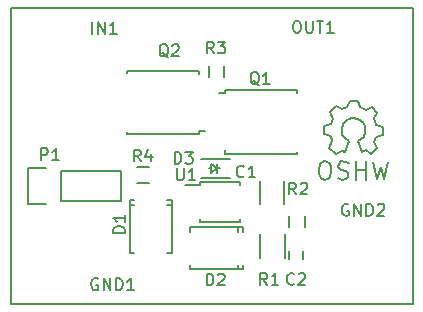
<source format=gto>
G04 #@! TF.FileFunction,Legend,Top*
%FSLAX46Y46*%
G04 Gerber Fmt 4.6, Leading zero omitted, Abs format (unit mm)*
G04 Created by KiCad (PCBNEW 4.0.1-stable) date 2016/03/05 14:46:34*
%MOMM*%
G01*
G04 APERTURE LIST*
%ADD10C,0.100000*%
%ADD11C,0.150000*%
G04 APERTURE END LIST*
D10*
D11*
X0Y25000000D02*
X34000000Y25000000D01*
X0Y0D02*
X0Y25000000D01*
X34000000Y0D02*
X34000000Y25000000D01*
X0Y0D02*
X34000000Y0D01*
X16975000Y11450000D02*
X16725000Y11450000D01*
X17475000Y11450000D02*
X17725000Y11450000D01*
X17475000Y11450000D02*
X16975000Y11100000D01*
X16975000Y11100000D02*
X16975000Y11800000D01*
X16975000Y11800000D02*
X17475000Y11450000D01*
X17475000Y11100000D02*
X17475000Y11800000D01*
X18525000Y12250000D02*
X16125000Y12250000D01*
X18525000Y10650000D02*
X16125000Y10650000D01*
X10099940Y8349140D02*
X10450460Y8349140D01*
X13600060Y8349140D02*
X13249540Y8349140D01*
X10099940Y4299560D02*
X10450460Y4299560D01*
X10099940Y8800440D02*
X10450460Y8800440D01*
X13600060Y8800440D02*
X13249540Y8800440D01*
X13600060Y4299560D02*
X13249540Y4299560D01*
X10099940Y8800440D02*
X10099940Y4299560D01*
X13600060Y8800440D02*
X13600060Y4299560D01*
X16025000Y10275000D02*
X16025000Y10025000D01*
X19375000Y10275000D02*
X19375000Y10025000D01*
X19375000Y6925000D02*
X19375000Y7175000D01*
X16025000Y6925000D02*
X16025000Y7175000D01*
X16025000Y10275000D02*
X19375000Y10275000D01*
X16025000Y6925000D02*
X19375000Y6925000D01*
X16025000Y10025000D02*
X14775000Y10025000D01*
X18125000Y18025000D02*
X18125000Y17825000D01*
X18125000Y17825000D02*
X18125000Y17925000D01*
X18125000Y12725000D02*
X18125000Y12975000D01*
X24225000Y12725000D02*
X24225000Y12875000D01*
X24225000Y18025000D02*
X24225000Y17875000D01*
X18125000Y17825000D02*
X17625000Y17825000D01*
X18125000Y12700000D02*
X24225000Y12700000D01*
X24225000Y18050000D02*
X18125000Y18050000D01*
X19199140Y6450060D02*
X19199140Y6099540D01*
X19199140Y2949940D02*
X19199140Y3300460D01*
X15149560Y6450060D02*
X15149560Y6099540D01*
X19650440Y6450060D02*
X19650440Y6099540D01*
X19650440Y2949940D02*
X19650440Y3300460D01*
X15149560Y2949940D02*
X15149560Y3300460D01*
X19650440Y6450060D02*
X15149560Y6450060D01*
X19650440Y2949940D02*
X15149560Y2949940D01*
X15950000Y14400000D02*
X15950000Y14600000D01*
X15950000Y14600000D02*
X15950000Y14500000D01*
X15950000Y19700000D02*
X15950000Y19450000D01*
X9850000Y19700000D02*
X9850000Y19550000D01*
X9850000Y14400000D02*
X9850000Y14550000D01*
X15950000Y14600000D02*
X16450000Y14600000D01*
X15950000Y19725000D02*
X9850000Y19725000D01*
X9850000Y14375000D02*
X15950000Y14375000D01*
X24750000Y4500000D02*
X24750000Y3800000D01*
X23550000Y3800000D02*
X23550000Y4500000D01*
X21075000Y3900000D02*
X21075000Y5900000D01*
X23225000Y5900000D02*
X23225000Y3900000D01*
X23525000Y6450000D02*
X23525000Y7450000D01*
X24875000Y7450000D02*
X24875000Y6450000D01*
X18075000Y20150000D02*
X18075000Y19150000D01*
X16725000Y19150000D02*
X16725000Y20150000D01*
X10650000Y11575000D02*
X11650000Y11575000D01*
X11650000Y10225000D02*
X10650000Y10225000D01*
X23125000Y8425000D02*
X23125000Y10425000D01*
X21075000Y10425000D02*
X21075000Y8425000D01*
X30668780Y12010140D02*
X31029460Y10539480D01*
X31029460Y10539480D02*
X31308860Y11601200D01*
X31308860Y11601200D02*
X31618740Y10529320D01*
X31618740Y10529320D02*
X31959100Y11979660D01*
X29248920Y11319260D02*
X30038860Y11329420D01*
X30038860Y11329420D02*
X30049020Y11319260D01*
X30049020Y11319260D02*
X30049020Y11329420D01*
X30089660Y12040620D02*
X30089660Y10498840D01*
X29200660Y12050780D02*
X29200660Y10481060D01*
X29200660Y10481060D02*
X29210820Y10491220D01*
X28649480Y11949180D02*
X28298960Y12030460D01*
X28298960Y12030460D02*
X27978920Y12040620D01*
X27978920Y12040620D02*
X27740160Y11839960D01*
X27740160Y11839960D02*
X27709680Y11570720D01*
X27709680Y11570720D02*
X27950980Y11329420D01*
X27950980Y11329420D02*
X28339600Y11199880D01*
X28339600Y11199880D02*
X28519940Y11039860D01*
X28519940Y11039860D02*
X28560580Y10740140D01*
X28560580Y10740140D02*
X28329440Y10519160D01*
X28329440Y10519160D02*
X28009400Y10491220D01*
X28009400Y10491220D02*
X27658880Y10600440D01*
X26620020Y12050780D02*
X26371100Y12030460D01*
X26371100Y12030460D02*
X26129800Y11789160D01*
X26129800Y11789160D02*
X26040900Y11298940D01*
X26040900Y11298940D02*
X26068840Y10950960D01*
X26068840Y10950960D02*
X26269500Y10630920D01*
X26269500Y10630920D02*
X26520960Y10509000D01*
X26520960Y10509000D02*
X26830840Y10580120D01*
X26830840Y10580120D02*
X27049280Y10760460D01*
X27049280Y10760460D02*
X27120400Y11220200D01*
X27120400Y11220200D02*
X27069600Y11629140D01*
X27069600Y11629140D02*
X26960380Y11911080D01*
X26960380Y11911080D02*
X26599700Y12040620D01*
X27219460Y13770360D02*
X26960380Y13209020D01*
X26960380Y13209020D02*
X27498860Y12690860D01*
X27498860Y12690860D02*
X28019560Y12960100D01*
X28019560Y12960100D02*
X28298960Y12800080D01*
X29739140Y12820400D02*
X30069340Y13010900D01*
X30069340Y13010900D02*
X30508760Y12680700D01*
X30508760Y12680700D02*
X30981200Y13170920D01*
X30981200Y13170920D02*
X30699260Y13650980D01*
X30699260Y13650980D02*
X30889760Y14120880D01*
X30889760Y14120880D02*
X31499360Y14308840D01*
X31499360Y14308840D02*
X31499360Y14989560D01*
X31499360Y14989560D02*
X30940560Y15129260D01*
X30940560Y15129260D02*
X30739900Y15700760D01*
X30739900Y15700760D02*
X31009140Y16170660D01*
X31009140Y16170660D02*
X30539240Y16681200D01*
X30539240Y16681200D02*
X30021080Y16419580D01*
X30021080Y16419580D02*
X29551180Y16620240D01*
X29551180Y16620240D02*
X29381000Y17161260D01*
X29381000Y17161260D02*
X28690120Y17179040D01*
X28690120Y17179040D02*
X28479300Y16630400D01*
X28479300Y16630400D02*
X28060200Y16460220D01*
X28060200Y16460220D02*
X27509020Y16729460D01*
X27509020Y16729460D02*
X26990860Y16201140D01*
X26990860Y16201140D02*
X27239780Y15660120D01*
X27239780Y15660120D02*
X27069600Y15180060D01*
X27069600Y15180060D02*
X26520960Y15081000D01*
X26520960Y15081000D02*
X26510800Y14379960D01*
X26510800Y14379960D02*
X27069600Y14179300D01*
X27069600Y14179300D02*
X27209300Y13780520D01*
X29350520Y13800840D02*
X29650240Y13950700D01*
X29650240Y13950700D02*
X29850900Y14148820D01*
X29850900Y14148820D02*
X30000760Y14550140D01*
X30000760Y14550140D02*
X30000760Y14948920D01*
X30000760Y14948920D02*
X29850900Y15299440D01*
X29850900Y15299440D02*
X29398780Y15649960D01*
X29398780Y15649960D02*
X28949200Y15700760D01*
X28949200Y15700760D02*
X28550420Y15599160D01*
X28550420Y15599160D02*
X28149100Y15251180D01*
X28149100Y15251180D02*
X27999240Y14799060D01*
X27999240Y14799060D02*
X28050040Y14301220D01*
X28050040Y14301220D02*
X28298960Y13998960D01*
X28298960Y13998960D02*
X28649480Y13800840D01*
X28649480Y13800840D02*
X28298960Y12800080D01*
X29350520Y13800840D02*
X29749300Y12800080D01*
X4220000Y8680000D02*
X9300000Y8680000D01*
X9300000Y8680000D02*
X9300000Y11220000D01*
X9300000Y11220000D02*
X4220000Y11220000D01*
X1400000Y11500000D02*
X2950000Y11500000D01*
X4220000Y11220000D02*
X4220000Y8680000D01*
X2950000Y8400000D02*
X1400000Y8400000D01*
X1400000Y8400000D02*
X1400000Y11500000D01*
X13861905Y11847619D02*
X13861905Y12847619D01*
X14100000Y12847619D01*
X14242858Y12800000D01*
X14338096Y12704762D01*
X14385715Y12609524D01*
X14433334Y12419048D01*
X14433334Y12276190D01*
X14385715Y12085714D01*
X14338096Y11990476D01*
X14242858Y11895238D01*
X14100000Y11847619D01*
X13861905Y11847619D01*
X14766667Y12847619D02*
X15385715Y12847619D01*
X15052381Y12466667D01*
X15195239Y12466667D01*
X15290477Y12419048D01*
X15338096Y12371429D01*
X15385715Y12276190D01*
X15385715Y12038095D01*
X15338096Y11942857D01*
X15290477Y11895238D01*
X15195239Y11847619D01*
X14909524Y11847619D01*
X14814286Y11895238D01*
X14766667Y11942857D01*
X9652381Y5986905D02*
X8652381Y5986905D01*
X8652381Y6225000D01*
X8700000Y6367858D01*
X8795238Y6463096D01*
X8890476Y6510715D01*
X9080952Y6558334D01*
X9223810Y6558334D01*
X9414286Y6510715D01*
X9509524Y6463096D01*
X9604762Y6367858D01*
X9652381Y6225000D01*
X9652381Y5986905D01*
X9652381Y7510715D02*
X9652381Y6939286D01*
X9652381Y7225000D02*
X8652381Y7225000D01*
X8795238Y7129762D01*
X8890476Y7034524D01*
X8938095Y6939286D01*
X14038095Y11447619D02*
X14038095Y10638095D01*
X14085714Y10542857D01*
X14133333Y10495238D01*
X14228571Y10447619D01*
X14419048Y10447619D01*
X14514286Y10495238D01*
X14561905Y10542857D01*
X14609524Y10638095D01*
X14609524Y11447619D01*
X15609524Y10447619D02*
X15038095Y10447619D01*
X15323809Y10447619D02*
X15323809Y11447619D01*
X15228571Y11304762D01*
X15133333Y11209524D01*
X15038095Y11161905D01*
X21004762Y18502381D02*
X20909524Y18550000D01*
X20814286Y18645238D01*
X20671429Y18788095D01*
X20576190Y18835714D01*
X20480952Y18835714D01*
X20528571Y18597619D02*
X20433333Y18645238D01*
X20338095Y18740476D01*
X20290476Y18930952D01*
X20290476Y19264286D01*
X20338095Y19454762D01*
X20433333Y19550000D01*
X20528571Y19597619D01*
X20719048Y19597619D01*
X20814286Y19550000D01*
X20909524Y19454762D01*
X20957143Y19264286D01*
X20957143Y18930952D01*
X20909524Y18740476D01*
X20814286Y18645238D01*
X20719048Y18597619D01*
X20528571Y18597619D01*
X21909524Y18597619D02*
X21338095Y18597619D01*
X21623809Y18597619D02*
X21623809Y19597619D01*
X21528571Y19454762D01*
X21433333Y19359524D01*
X21338095Y19311905D01*
X16561905Y1547619D02*
X16561905Y2547619D01*
X16800000Y2547619D01*
X16942858Y2500000D01*
X17038096Y2404762D01*
X17085715Y2309524D01*
X17133334Y2119048D01*
X17133334Y1976190D01*
X17085715Y1785714D01*
X17038096Y1690476D01*
X16942858Y1595238D01*
X16800000Y1547619D01*
X16561905Y1547619D01*
X17514286Y2452381D02*
X17561905Y2500000D01*
X17657143Y2547619D01*
X17895239Y2547619D01*
X17990477Y2500000D01*
X18038096Y2452381D01*
X18085715Y2357143D01*
X18085715Y2261905D01*
X18038096Y2119048D01*
X17466667Y1547619D01*
X18085715Y1547619D01*
X13304762Y20852381D02*
X13209524Y20900000D01*
X13114286Y20995238D01*
X12971429Y21138095D01*
X12876190Y21185714D01*
X12780952Y21185714D01*
X12828571Y20947619D02*
X12733333Y20995238D01*
X12638095Y21090476D01*
X12590476Y21280952D01*
X12590476Y21614286D01*
X12638095Y21804762D01*
X12733333Y21900000D01*
X12828571Y21947619D01*
X13019048Y21947619D01*
X13114286Y21900000D01*
X13209524Y21804762D01*
X13257143Y21614286D01*
X13257143Y21280952D01*
X13209524Y21090476D01*
X13114286Y20995238D01*
X13019048Y20947619D01*
X12828571Y20947619D01*
X13638095Y21852381D02*
X13685714Y21900000D01*
X13780952Y21947619D01*
X14019048Y21947619D01*
X14114286Y21900000D01*
X14161905Y21852381D01*
X14209524Y21757143D01*
X14209524Y21661905D01*
X14161905Y21519048D01*
X13590476Y20947619D01*
X14209524Y20947619D01*
X23983334Y1692857D02*
X23935715Y1645238D01*
X23792858Y1597619D01*
X23697620Y1597619D01*
X23554762Y1645238D01*
X23459524Y1740476D01*
X23411905Y1835714D01*
X23364286Y2026190D01*
X23364286Y2169048D01*
X23411905Y2359524D01*
X23459524Y2454762D01*
X23554762Y2550000D01*
X23697620Y2597619D01*
X23792858Y2597619D01*
X23935715Y2550000D01*
X23983334Y2502381D01*
X24364286Y2502381D02*
X24411905Y2550000D01*
X24507143Y2597619D01*
X24745239Y2597619D01*
X24840477Y2550000D01*
X24888096Y2502381D01*
X24935715Y2407143D01*
X24935715Y2311905D01*
X24888096Y2169048D01*
X24316667Y1597619D01*
X24935715Y1597619D01*
X21683334Y1597619D02*
X21350000Y2073810D01*
X21111905Y1597619D02*
X21111905Y2597619D01*
X21492858Y2597619D01*
X21588096Y2550000D01*
X21635715Y2502381D01*
X21683334Y2407143D01*
X21683334Y2264286D01*
X21635715Y2169048D01*
X21588096Y2121429D01*
X21492858Y2073810D01*
X21111905Y2073810D01*
X22635715Y1597619D02*
X22064286Y1597619D01*
X22350000Y1597619D02*
X22350000Y2597619D01*
X22254762Y2454762D01*
X22159524Y2359524D01*
X22064286Y2311905D01*
X24133334Y9247619D02*
X23800000Y9723810D01*
X23561905Y9247619D02*
X23561905Y10247619D01*
X23942858Y10247619D01*
X24038096Y10200000D01*
X24085715Y10152381D01*
X24133334Y10057143D01*
X24133334Y9914286D01*
X24085715Y9819048D01*
X24038096Y9771429D01*
X23942858Y9723810D01*
X23561905Y9723810D01*
X24514286Y10152381D02*
X24561905Y10200000D01*
X24657143Y10247619D01*
X24895239Y10247619D01*
X24990477Y10200000D01*
X25038096Y10152381D01*
X25085715Y10057143D01*
X25085715Y9961905D01*
X25038096Y9819048D01*
X24466667Y9247619D01*
X25085715Y9247619D01*
X17183334Y21197619D02*
X16850000Y21673810D01*
X16611905Y21197619D02*
X16611905Y22197619D01*
X16992858Y22197619D01*
X17088096Y22150000D01*
X17135715Y22102381D01*
X17183334Y22007143D01*
X17183334Y21864286D01*
X17135715Y21769048D01*
X17088096Y21721429D01*
X16992858Y21673810D01*
X16611905Y21673810D01*
X17516667Y22197619D02*
X18135715Y22197619D01*
X17802381Y21816667D01*
X17945239Y21816667D01*
X18040477Y21769048D01*
X18088096Y21721429D01*
X18135715Y21626190D01*
X18135715Y21388095D01*
X18088096Y21292857D01*
X18040477Y21245238D01*
X17945239Y21197619D01*
X17659524Y21197619D01*
X17564286Y21245238D01*
X17516667Y21292857D01*
X10983334Y12047619D02*
X10650000Y12523810D01*
X10411905Y12047619D02*
X10411905Y13047619D01*
X10792858Y13047619D01*
X10888096Y13000000D01*
X10935715Y12952381D01*
X10983334Y12857143D01*
X10983334Y12714286D01*
X10935715Y12619048D01*
X10888096Y12571429D01*
X10792858Y12523810D01*
X10411905Y12523810D01*
X11840477Y12714286D02*
X11840477Y12047619D01*
X11602381Y13095238D02*
X11364286Y12380952D01*
X11983334Y12380952D01*
X19733334Y10792857D02*
X19685715Y10745238D01*
X19542858Y10697619D01*
X19447620Y10697619D01*
X19304762Y10745238D01*
X19209524Y10840476D01*
X19161905Y10935714D01*
X19114286Y11126190D01*
X19114286Y11269048D01*
X19161905Y11459524D01*
X19209524Y11554762D01*
X19304762Y11650000D01*
X19447620Y11697619D01*
X19542858Y11697619D01*
X19685715Y11650000D01*
X19733334Y11602381D01*
X20685715Y10697619D02*
X20114286Y10697619D01*
X20400000Y10697619D02*
X20400000Y11697619D01*
X20304762Y11554762D01*
X20209524Y11459524D01*
X20114286Y11411905D01*
X7361905Y2100000D02*
X7266667Y2147619D01*
X7123810Y2147619D01*
X6980952Y2100000D01*
X6885714Y2004762D01*
X6838095Y1909524D01*
X6790476Y1719048D01*
X6790476Y1576190D01*
X6838095Y1385714D01*
X6885714Y1290476D01*
X6980952Y1195238D01*
X7123810Y1147619D01*
X7219048Y1147619D01*
X7361905Y1195238D01*
X7409524Y1242857D01*
X7409524Y1576190D01*
X7219048Y1576190D01*
X7838095Y1147619D02*
X7838095Y2147619D01*
X8409524Y1147619D01*
X8409524Y2147619D01*
X8885714Y1147619D02*
X8885714Y2147619D01*
X9123809Y2147619D01*
X9266667Y2100000D01*
X9361905Y2004762D01*
X9409524Y1909524D01*
X9457143Y1719048D01*
X9457143Y1576190D01*
X9409524Y1385714D01*
X9361905Y1290476D01*
X9266667Y1195238D01*
X9123809Y1147619D01*
X8885714Y1147619D01*
X10409524Y1147619D02*
X9838095Y1147619D01*
X10123809Y1147619D02*
X10123809Y2147619D01*
X10028571Y2004762D01*
X9933333Y1909524D01*
X9838095Y1861905D01*
X28561905Y8400000D02*
X28466667Y8447619D01*
X28323810Y8447619D01*
X28180952Y8400000D01*
X28085714Y8304762D01*
X28038095Y8209524D01*
X27990476Y8019048D01*
X27990476Y7876190D01*
X28038095Y7685714D01*
X28085714Y7590476D01*
X28180952Y7495238D01*
X28323810Y7447619D01*
X28419048Y7447619D01*
X28561905Y7495238D01*
X28609524Y7542857D01*
X28609524Y7876190D01*
X28419048Y7876190D01*
X29038095Y7447619D02*
X29038095Y8447619D01*
X29609524Y7447619D01*
X29609524Y8447619D01*
X30085714Y7447619D02*
X30085714Y8447619D01*
X30323809Y8447619D01*
X30466667Y8400000D01*
X30561905Y8304762D01*
X30609524Y8209524D01*
X30657143Y8019048D01*
X30657143Y7876190D01*
X30609524Y7685714D01*
X30561905Y7590476D01*
X30466667Y7495238D01*
X30323809Y7447619D01*
X30085714Y7447619D01*
X31038095Y8352381D02*
X31085714Y8400000D01*
X31180952Y8447619D01*
X31419048Y8447619D01*
X31514286Y8400000D01*
X31561905Y8352381D01*
X31609524Y8257143D01*
X31609524Y8161905D01*
X31561905Y8019048D01*
X30990476Y7447619D01*
X31609524Y7447619D01*
X6900000Y22847619D02*
X6900000Y23847619D01*
X7376190Y22847619D02*
X7376190Y23847619D01*
X7947619Y22847619D01*
X7947619Y23847619D01*
X8947619Y22847619D02*
X8376190Y22847619D01*
X8661904Y22847619D02*
X8661904Y23847619D01*
X8566666Y23704762D01*
X8471428Y23609524D01*
X8376190Y23561905D01*
X24123809Y23947619D02*
X24314286Y23947619D01*
X24409524Y23900000D01*
X24504762Y23804762D01*
X24552381Y23614286D01*
X24552381Y23280952D01*
X24504762Y23090476D01*
X24409524Y22995238D01*
X24314286Y22947619D01*
X24123809Y22947619D01*
X24028571Y22995238D01*
X23933333Y23090476D01*
X23885714Y23280952D01*
X23885714Y23614286D01*
X23933333Y23804762D01*
X24028571Y23900000D01*
X24123809Y23947619D01*
X24980952Y23947619D02*
X24980952Y23138095D01*
X25028571Y23042857D01*
X25076190Y22995238D01*
X25171428Y22947619D01*
X25361905Y22947619D01*
X25457143Y22995238D01*
X25504762Y23042857D01*
X25552381Y23138095D01*
X25552381Y23947619D01*
X25885714Y23947619D02*
X26457143Y23947619D01*
X26171428Y22947619D02*
X26171428Y23947619D01*
X27314286Y22947619D02*
X26742857Y22947619D01*
X27028571Y22947619D02*
X27028571Y23947619D01*
X26933333Y23804762D01*
X26838095Y23709524D01*
X26742857Y23661905D01*
X2561905Y12147619D02*
X2561905Y13147619D01*
X2942858Y13147619D01*
X3038096Y13100000D01*
X3085715Y13052381D01*
X3133334Y12957143D01*
X3133334Y12814286D01*
X3085715Y12719048D01*
X3038096Y12671429D01*
X2942858Y12623810D01*
X2561905Y12623810D01*
X4085715Y12147619D02*
X3514286Y12147619D01*
X3800000Y12147619D02*
X3800000Y13147619D01*
X3704762Y13004762D01*
X3609524Y12909524D01*
X3514286Y12861905D01*
M02*

</source>
